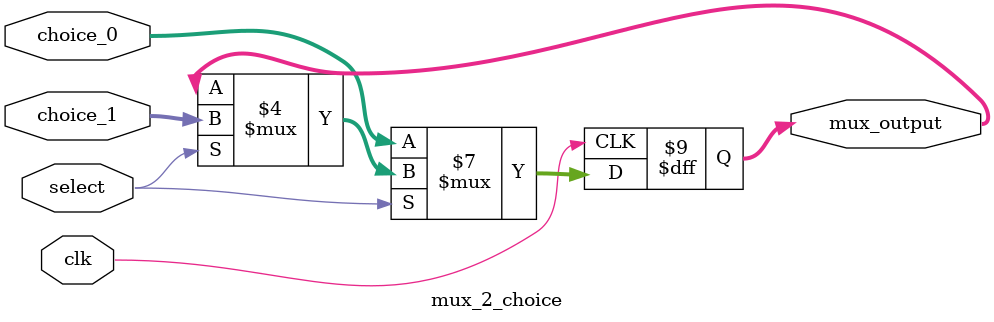
<source format=v>
`timescale 1ns / 1ps
module mux_2_choice(
	input clk,
   input [23:0] choice_0,
   input [23:0] choice_1,
   input select,
   output reg [23:0] mux_output
   );
	
	always @ (posedge clk) begin
		if(select == 1'b0)
			mux_output <= choice_0;
		else if (select == 1'b1)
			mux_output <= choice_1;
	end
	
endmodule

</source>
